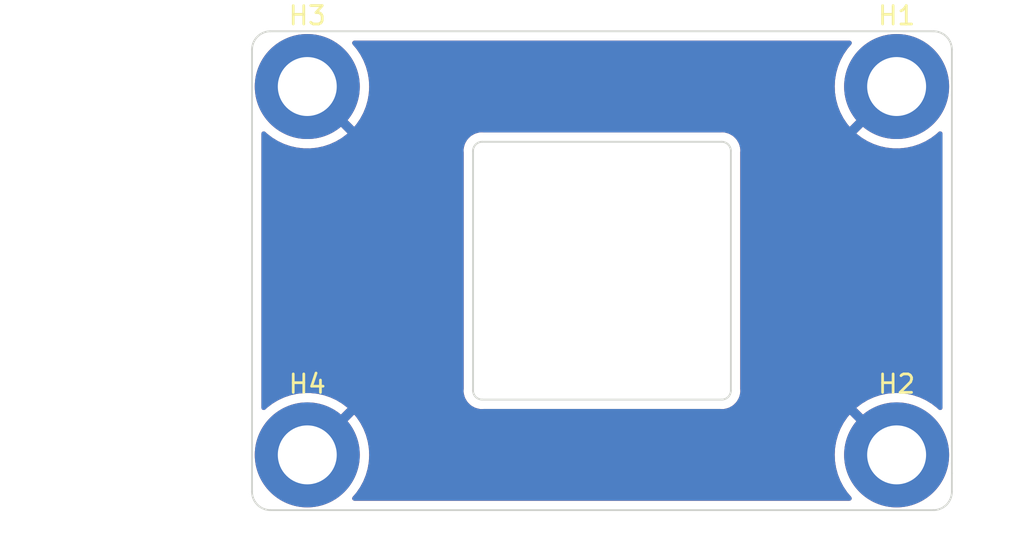
<source format=kicad_pcb>
(kicad_pcb (version 20210126) (generator pcbnew)
  (layers (0 "F.Cu" signal) (31 "B.Cu" signal) (34 "B.Paste" user) (35 "F.Paste" user) (36 "B.SilkS" user "B.Silkscreen") (37 "F.SilkS" user "F.Silkscreen") (38 "B.Mask" user) (39 "F.Mask" user) (44 "Edge.Cuts" user))
  (net 0 "")
  (net 1 "GND")
  (footprint "MountingHole:MountingHole_3.2mm_M3_ISO7380_Pad" (layer "F.Cu") (at -16 10)
    (fp_text reference "H4" (at 0 -3.85) (layer "F.SilkS"))
    (fp_text value "MountingHole_Pad")
    (pad "1" thru_hole circle (at 0 0) (size 5.7 5.7) (drill 3.2) (layers *.Cu *.Mask) (net 1 "GND"))
  )
  (footprint "MountingHole:MountingHole_3.2mm_M3_ISO7380_Pad" (layer "F.Cu") (at 16 10)
    (fp_text reference "H2" (at 0 -3.85) (layer "F.SilkS"))
    (fp_text value "MountingHole_Pad")
    (pad "1" thru_hole circle (at 0 0) (size 5.7 5.7) (drill 3.2) (layers *.Cu *.Mask) (net 1 "GND"))
  )
  (footprint "MountingHole:MountingHole_3.2mm_M3_ISO7380_Pad" (layer "F.Cu") (at -16 -10)
    (fp_text reference "H3" (at 0 -3.85) (layer "F.SilkS"))
    (fp_text value "MountingHole_Pad")
    (pad "1" thru_hole circle (at 0 0) (size 5.7 5.7) (drill 3.2) (layers *.Cu *.Mask) (net 1 "GND"))
  )
  (footprint "MountingHole:MountingHole_3.2mm_M3_ISO7380_Pad" (layer "F.Cu") (at 16 -10)
    (fp_text reference "H1" (at 0 -3.85) (layer "F.SilkS"))
    (fp_text value "MountingHole_Pad")
    (pad "1" thru_hole circle (at 0 0) (size 5.7 5.7) (drill 3.2) (layers *.Cu *.Mask) (net 1 "GND"))
  )
  (gr_arc (start 18 12) (end 19 12) (angle 90) (layer "Edge.Cuts") (width 0.1))
  (gr_line (start 6.5 7) (end -6.5 7) (layer "Edge.Cuts") (width 0.1))
  (gr_arc (start -18 12) (end -18 13) (angle 90) (layer "Edge.Cuts") (width 0.1))
  (gr_arc (start 18 -12) (end 18 -13) (angle 90) (layer "Edge.Cuts") (width 0.1))
  (gr_line (start -18 -13) (end 18 -13) (layer "Edge.Cuts") (width 0.1))
  (gr_arc (start -6.5 6.5) (end -7 6.5) (angle -90) (layer "Edge.Cuts") (width 0.1))
  (gr_line (start 19 11) (end 19 12) (layer "Edge.Cuts") (width 0.1))
  (gr_line (start -19 12) (end -19 -12) (layer "Edge.Cuts") (width 0.1))
  (gr_arc (start 6.5 -6.5) (end 6.5 -7) (angle 90) (layer "Edge.Cuts") (width 0.1))
  (gr_line (start 7 -6.5) (end 7 6.5) (layer "Edge.Cuts") (width 0.1))
  (gr_line (start 19 -12) (end 19 11) (layer "Edge.Cuts") (width 0.1))
  (gr_line (start 18 13) (end -18 13) (layer "Edge.Cuts") (width 0.1))
  (gr_arc (start -18 -12) (end -18 -13) (angle -90) (layer "Edge.Cuts") (width 0.1))
  (gr_arc (start 6.5 6.5) (end 7 6.5) (angle 90) (layer "Edge.Cuts") (width 0.1))
  (gr_line (start -6.5 -7) (end 6.5 -7) (layer "Edge.Cuts") (width 0.1))
  (gr_line (start -7 6.5) (end -7 -6.5) (layer "Edge.Cuts") (width 0.1))
  (gr_arc (start -6.5 -6.5) (end -6.5 -7) (angle -90) (layer "Edge.Cuts") (width 0.1))
  (zone (net 1) (net_name "GND") (layers F&B.Cu) (priority 2) (connect_pads (clearance 0.508)) (min_thickness 0.254) (fill yes (thermal_gap 0.508) (thermal_bridge_width 0.508))
    (polygon (pts (xy 19 13) (xy -19 13) (xy -19 -13) (xy 19 -13)))
  )
)
</source>
